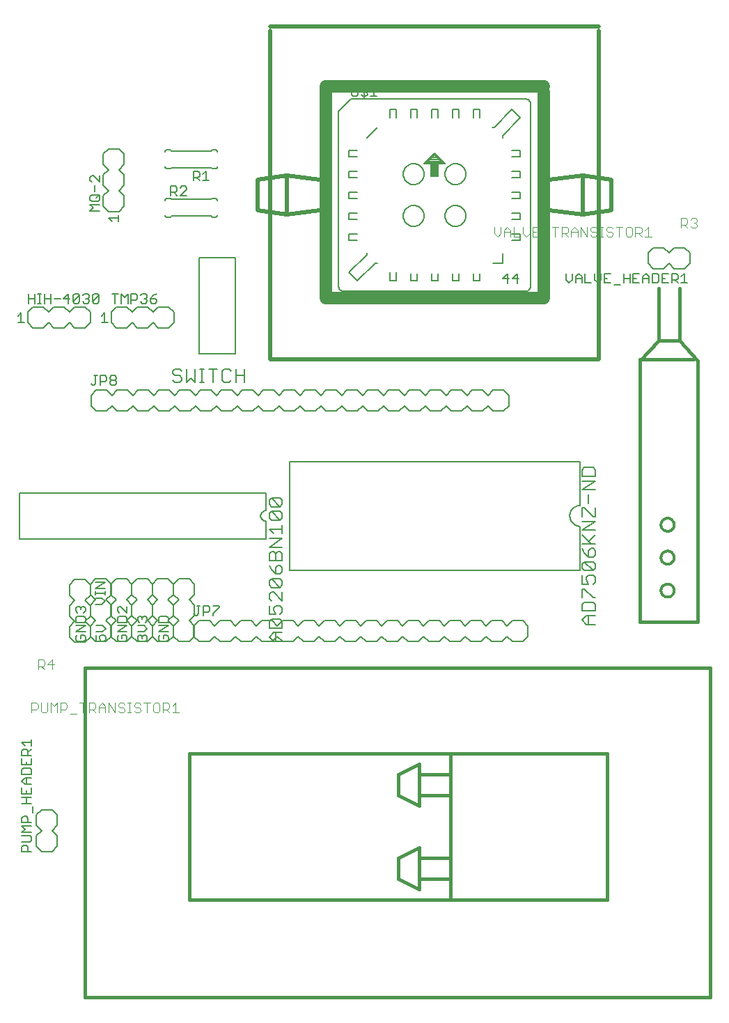
<source format=gto>
G75*
G70*
%OFA0B0*%
%FSLAX24Y24*%
%IPPOS*%
%LPD*%
%AMOC8*
5,1,8,0,0,1.08239X$1,22.5*
%
%ADD10C,0.0160*%
%ADD11C,0.0120*%
%ADD12C,0.0591*%
%ADD13C,0.0197*%
%ADD14C,0.0080*%
%ADD15C,0.0050*%
%ADD16C,0.0060*%
%ADD17C,0.0070*%
%ADD18R,0.0400X0.0750*%
%ADD19R,0.0700X0.0150*%
%ADD20R,0.0500X0.0100*%
%ADD21R,0.0300X0.0100*%
%ADD22R,0.0100X0.0100*%
%ADD23R,0.0100X0.0050*%
%ADD24R,0.0050X0.0050*%
%ADD25C,0.0040*%
D10*
X003840Y001478D02*
X003840Y017226D01*
X033691Y017226D01*
X033761Y017226D02*
X033761Y001478D01*
X003911Y001478D01*
X008840Y006143D02*
X008840Y013143D01*
X021340Y013143D01*
X021340Y012143D01*
X019840Y012143D01*
X019840Y011143D01*
X021340Y011143D01*
X021340Y008143D01*
X019840Y008143D01*
X019840Y007143D01*
X021340Y007143D01*
X021340Y006143D01*
X008840Y006143D01*
X018840Y007143D02*
X018840Y008143D01*
X019840Y008643D01*
X019840Y008143D01*
X019840Y007143D02*
X019840Y006643D01*
X018840Y007143D01*
X021340Y007143D02*
X021340Y008143D01*
X021340Y006143D02*
X028840Y006143D01*
X028840Y013143D01*
X021340Y013143D01*
X021340Y012143D02*
X021340Y011143D01*
X019840Y011143D02*
X019840Y010643D01*
X018840Y011143D01*
X018840Y012143D01*
X019840Y012643D01*
X019840Y012143D01*
X030395Y019423D02*
X033183Y019423D01*
X033183Y031923D01*
X032289Y032907D01*
X032289Y035407D01*
X031289Y035407D02*
X031289Y032907D01*
X030395Y031923D01*
X030395Y019423D01*
X030415Y031990D02*
X032974Y031990D01*
X032289Y032907D02*
X031289Y032907D01*
D11*
X031413Y024079D02*
X031415Y024114D01*
X031421Y024149D01*
X031431Y024182D01*
X031444Y024215D01*
X031461Y024246D01*
X031481Y024274D01*
X031505Y024300D01*
X031531Y024324D01*
X031559Y024344D01*
X031590Y024361D01*
X031623Y024374D01*
X031656Y024384D01*
X031691Y024390D01*
X031726Y024392D01*
X031761Y024390D01*
X031796Y024384D01*
X031829Y024374D01*
X031862Y024361D01*
X031893Y024344D01*
X031921Y024324D01*
X031947Y024300D01*
X031971Y024274D01*
X031991Y024246D01*
X032008Y024215D01*
X032021Y024182D01*
X032031Y024149D01*
X032037Y024114D01*
X032039Y024079D01*
X032037Y024044D01*
X032031Y024009D01*
X032021Y023976D01*
X032008Y023943D01*
X031991Y023912D01*
X031971Y023884D01*
X031947Y023858D01*
X031921Y023834D01*
X031893Y023814D01*
X031862Y023797D01*
X031829Y023784D01*
X031796Y023774D01*
X031761Y023768D01*
X031726Y023766D01*
X031691Y023768D01*
X031656Y023774D01*
X031623Y023784D01*
X031590Y023797D01*
X031559Y023814D01*
X031531Y023834D01*
X031505Y023858D01*
X031481Y023884D01*
X031461Y023912D01*
X031444Y023943D01*
X031431Y023976D01*
X031421Y024009D01*
X031415Y024044D01*
X031413Y024079D01*
X031413Y022505D02*
X031415Y022540D01*
X031421Y022575D01*
X031431Y022608D01*
X031444Y022641D01*
X031461Y022672D01*
X031481Y022700D01*
X031505Y022726D01*
X031531Y022750D01*
X031559Y022770D01*
X031590Y022787D01*
X031623Y022800D01*
X031656Y022810D01*
X031691Y022816D01*
X031726Y022818D01*
X031761Y022816D01*
X031796Y022810D01*
X031829Y022800D01*
X031862Y022787D01*
X031893Y022770D01*
X031921Y022750D01*
X031947Y022726D01*
X031971Y022700D01*
X031991Y022672D01*
X032008Y022641D01*
X032021Y022608D01*
X032031Y022575D01*
X032037Y022540D01*
X032039Y022505D01*
X032037Y022470D01*
X032031Y022435D01*
X032021Y022402D01*
X032008Y022369D01*
X031991Y022338D01*
X031971Y022310D01*
X031947Y022284D01*
X031921Y022260D01*
X031893Y022240D01*
X031862Y022223D01*
X031829Y022210D01*
X031796Y022200D01*
X031761Y022194D01*
X031726Y022192D01*
X031691Y022194D01*
X031656Y022200D01*
X031623Y022210D01*
X031590Y022223D01*
X031559Y022240D01*
X031531Y022260D01*
X031505Y022284D01*
X031481Y022310D01*
X031461Y022338D01*
X031444Y022369D01*
X031431Y022402D01*
X031421Y022435D01*
X031415Y022470D01*
X031413Y022505D01*
X031413Y020930D02*
X031415Y020965D01*
X031421Y021000D01*
X031431Y021033D01*
X031444Y021066D01*
X031461Y021097D01*
X031481Y021125D01*
X031505Y021151D01*
X031531Y021175D01*
X031559Y021195D01*
X031590Y021212D01*
X031623Y021225D01*
X031656Y021235D01*
X031691Y021241D01*
X031726Y021243D01*
X031761Y021241D01*
X031796Y021235D01*
X031829Y021225D01*
X031862Y021212D01*
X031893Y021195D01*
X031921Y021175D01*
X031947Y021151D01*
X031971Y021125D01*
X031991Y021097D01*
X032008Y021066D01*
X032021Y021033D01*
X032031Y021000D01*
X032037Y020965D01*
X032039Y020930D01*
X032037Y020895D01*
X032031Y020860D01*
X032021Y020827D01*
X032008Y020794D01*
X031991Y020763D01*
X031971Y020735D01*
X031947Y020709D01*
X031921Y020685D01*
X031893Y020665D01*
X031862Y020648D01*
X031829Y020635D01*
X031796Y020625D01*
X031761Y020619D01*
X031726Y020617D01*
X031691Y020619D01*
X031656Y020625D01*
X031623Y020635D01*
X031590Y020648D01*
X031559Y020665D01*
X031531Y020685D01*
X031505Y020709D01*
X031481Y020735D01*
X031461Y020763D01*
X031444Y020794D01*
X031431Y020827D01*
X031421Y020860D01*
X031415Y020895D01*
X031413Y020930D01*
D12*
X025789Y034943D02*
X015356Y034943D01*
X015356Y045080D01*
X025789Y045080D01*
X025789Y044785D02*
X025789Y034943D01*
D13*
X028446Y031990D02*
X012698Y031990D01*
X012698Y047738D01*
X012698Y047935D02*
X028446Y047935D01*
X028446Y047738D02*
X028446Y031990D01*
X027659Y038934D02*
X026084Y039131D01*
X026084Y040597D02*
X027659Y040794D01*
X027659Y038934D01*
X029037Y039131D01*
X029037Y040597D01*
X027659Y040794D01*
X015061Y040597D02*
X013486Y040794D01*
X013486Y038934D01*
X015061Y039131D01*
X013486Y038934D02*
X012108Y039131D01*
X012108Y040597D01*
X013486Y040794D01*
D14*
X011019Y036858D02*
X009307Y036858D01*
X009307Y032279D01*
X011019Y032279D01*
X011019Y036858D01*
X010878Y030521D02*
X010378Y030521D01*
X010128Y030271D01*
X009878Y030521D01*
X009378Y030521D01*
X009128Y030271D01*
X008878Y030521D01*
X008378Y030521D01*
X008128Y030271D01*
X007878Y030521D01*
X007378Y030521D01*
X007128Y030271D01*
X006878Y030521D01*
X006378Y030521D01*
X006128Y030271D01*
X005878Y030521D01*
X005378Y030521D01*
X005128Y030271D01*
X004878Y030521D01*
X004378Y030521D01*
X004128Y030271D01*
X004128Y029771D01*
X004378Y029521D01*
X004878Y029521D01*
X005128Y029771D01*
X005378Y029521D01*
X005878Y029521D01*
X006128Y029771D01*
X006378Y029521D01*
X006878Y029521D01*
X007128Y029771D01*
X007378Y029521D01*
X007878Y029521D01*
X008128Y029771D01*
X008378Y029521D01*
X008878Y029521D01*
X009128Y029771D01*
X009378Y029521D01*
X009878Y029521D01*
X010128Y029771D01*
X010378Y029521D01*
X010878Y029521D01*
X011128Y029771D01*
X011378Y029521D01*
X011878Y029521D01*
X012128Y029771D01*
X012378Y029521D01*
X012878Y029521D01*
X013128Y029771D01*
X013378Y029521D01*
X013878Y029521D01*
X014128Y029771D01*
X014378Y029521D01*
X014878Y029521D01*
X015128Y029771D01*
X015378Y029521D01*
X015878Y029521D01*
X016128Y029771D01*
X016378Y029521D01*
X016878Y029521D01*
X017128Y029771D01*
X017378Y029521D01*
X017878Y029521D01*
X018128Y029771D01*
X018378Y029521D01*
X018878Y029521D01*
X019128Y029771D01*
X019378Y029521D01*
X019878Y029521D01*
X020128Y029771D01*
X020378Y029521D01*
X020878Y029521D01*
X021128Y029771D01*
X021378Y029521D01*
X021878Y029521D01*
X022128Y029771D01*
X022378Y029521D01*
X022878Y029521D01*
X023128Y029771D01*
X023378Y029521D01*
X023878Y029521D01*
X024128Y029771D01*
X024128Y030271D01*
X023878Y030521D01*
X023378Y030521D01*
X023128Y030271D01*
X022878Y030521D01*
X022378Y030521D01*
X022128Y030271D01*
X021878Y030521D01*
X021378Y030521D01*
X021128Y030271D01*
X020878Y030521D01*
X020378Y030521D01*
X020128Y030271D01*
X019878Y030521D01*
X019378Y030521D01*
X019128Y030271D01*
X018878Y030521D01*
X018378Y030521D01*
X018128Y030271D01*
X017878Y030521D01*
X017378Y030521D01*
X017128Y030271D01*
X016878Y030521D01*
X016378Y030521D01*
X016128Y030271D01*
X015878Y030521D01*
X015378Y030521D01*
X015128Y030271D01*
X014878Y030521D01*
X014378Y030521D01*
X014128Y030271D01*
X013878Y030521D01*
X013378Y030521D01*
X013128Y030271D01*
X012878Y030521D01*
X012378Y030521D01*
X012128Y030271D01*
X011878Y030521D01*
X011378Y030521D01*
X011128Y030271D01*
X010878Y030521D01*
X008819Y021498D02*
X008319Y021498D01*
X008069Y021248D01*
X008069Y020748D01*
X008319Y020498D01*
X008069Y020248D01*
X008069Y019748D01*
X008319Y019498D01*
X008069Y019248D01*
X008069Y018748D01*
X008319Y018498D01*
X008819Y018498D01*
X009069Y018748D01*
X009069Y019248D01*
X008819Y019498D01*
X009069Y019748D01*
X009069Y020248D01*
X008819Y020498D01*
X009069Y020748D01*
X009069Y021248D01*
X008819Y021498D01*
X008053Y021248D02*
X008053Y020748D01*
X007803Y020498D01*
X008053Y020248D01*
X008053Y019748D01*
X007803Y019498D01*
X008053Y019248D01*
X008053Y018748D01*
X007803Y018498D01*
X007303Y018498D01*
X007053Y018748D01*
X007053Y019248D01*
X007303Y019498D01*
X007053Y019748D01*
X007053Y020248D01*
X007303Y020498D01*
X007053Y020748D01*
X007053Y021248D01*
X007303Y021498D01*
X007803Y021498D01*
X008053Y021248D01*
X007084Y021248D02*
X007084Y020748D01*
X006834Y020498D01*
X007084Y020248D01*
X007084Y019748D01*
X006834Y019498D01*
X007084Y019248D01*
X007084Y018748D01*
X006834Y018498D01*
X006334Y018498D01*
X006084Y018748D01*
X006084Y019248D01*
X006334Y019498D01*
X006084Y019748D01*
X006084Y020248D01*
X006334Y020498D01*
X006084Y020748D01*
X006084Y021248D01*
X006334Y021498D01*
X006834Y021498D01*
X007084Y021248D01*
X006069Y021248D02*
X006069Y020748D01*
X005819Y020498D01*
X006069Y020248D01*
X006069Y019748D01*
X005819Y019498D01*
X006069Y019248D01*
X006069Y018748D01*
X005819Y018498D01*
X005319Y018498D01*
X005069Y018748D01*
X005069Y019248D01*
X005319Y019498D01*
X005069Y019748D01*
X005069Y020248D01*
X005319Y020498D01*
X005069Y020748D01*
X005069Y021248D01*
X005319Y021498D01*
X005819Y021498D01*
X006069Y021248D01*
X005100Y021248D02*
X005100Y020748D01*
X004850Y020498D01*
X005100Y020248D01*
X005100Y019748D01*
X004850Y019498D01*
X005100Y019248D01*
X005100Y018748D01*
X004850Y018498D01*
X004350Y018498D01*
X004100Y018748D01*
X004100Y019248D01*
X004350Y019498D01*
X004100Y019748D01*
X004100Y020248D01*
X004350Y020498D01*
X004100Y020748D01*
X004100Y021248D01*
X004350Y021498D01*
X004850Y021498D01*
X005100Y021248D01*
X004100Y021200D02*
X004100Y020700D01*
X003850Y020450D01*
X004100Y020200D01*
X004100Y019700D01*
X003850Y019450D01*
X004100Y019200D01*
X004100Y018700D01*
X003850Y018450D01*
X003350Y018450D01*
X003100Y018700D01*
X003100Y019200D01*
X003350Y019450D01*
X003100Y019700D01*
X003100Y020200D01*
X003350Y020450D01*
X003100Y020700D01*
X003100Y021200D01*
X003350Y021450D01*
X003850Y021450D01*
X004100Y021200D01*
X009049Y019248D02*
X009049Y018748D01*
X009299Y018498D01*
X009799Y018498D01*
X010049Y018748D01*
X010299Y018498D01*
X010799Y018498D01*
X011049Y018748D01*
X011299Y018498D01*
X011799Y018498D01*
X012049Y018748D01*
X012299Y018498D01*
X012799Y018498D01*
X013049Y018748D01*
X013299Y018498D01*
X013799Y018498D01*
X014049Y018748D01*
X014299Y018498D01*
X014799Y018498D01*
X015049Y018748D01*
X015299Y018498D01*
X015799Y018498D01*
X016049Y018748D01*
X016299Y018498D01*
X016799Y018498D01*
X017049Y018748D01*
X017299Y018498D01*
X017799Y018498D01*
X018049Y018748D01*
X018299Y018498D01*
X018799Y018498D01*
X019049Y018748D01*
X019299Y018498D01*
X019799Y018498D01*
X020049Y018748D01*
X020299Y018498D01*
X020799Y018498D01*
X021049Y018748D01*
X021299Y018498D01*
X021799Y018498D01*
X022049Y018748D01*
X022299Y018498D01*
X022799Y018498D01*
X023049Y018748D01*
X023299Y018498D01*
X023799Y018498D01*
X024049Y018748D01*
X024299Y018498D01*
X024799Y018498D01*
X025049Y018748D01*
X025049Y019248D01*
X024799Y019498D01*
X024299Y019498D01*
X024049Y019248D01*
X023799Y019498D01*
X023299Y019498D01*
X023049Y019248D01*
X022799Y019498D01*
X022299Y019498D01*
X022049Y019248D01*
X021799Y019498D01*
X021299Y019498D01*
X021049Y019248D01*
X020799Y019498D01*
X020299Y019498D01*
X020049Y019248D01*
X019799Y019498D01*
X019299Y019498D01*
X019049Y019248D01*
X018799Y019498D01*
X018299Y019498D01*
X018049Y019248D01*
X017799Y019498D01*
X017299Y019498D01*
X017049Y019248D01*
X016799Y019498D01*
X016299Y019498D01*
X016049Y019248D01*
X015799Y019498D01*
X015299Y019498D01*
X015049Y019248D01*
X014799Y019498D01*
X014299Y019498D01*
X014049Y019248D01*
X013799Y019498D01*
X013299Y019498D01*
X013049Y019248D01*
X012799Y019498D01*
X012299Y019498D01*
X012049Y019248D01*
X011799Y019498D01*
X011299Y019498D01*
X011049Y019248D01*
X010799Y019498D01*
X010299Y019498D01*
X010049Y019248D01*
X009799Y019498D01*
X009299Y019498D01*
X009049Y019248D01*
X009049Y018748D01*
X002259Y010446D02*
X002509Y010196D01*
X002509Y009696D01*
X002259Y009446D01*
X002509Y009196D01*
X002509Y008696D01*
X002259Y008446D01*
X001759Y008446D01*
X001509Y008696D01*
X001509Y009196D01*
X001759Y009446D01*
X001509Y009696D01*
X001509Y010196D01*
X001759Y010446D01*
X002259Y010446D01*
X025049Y018748D02*
X025049Y019248D01*
X031039Y036344D02*
X030789Y036594D01*
X030789Y037094D01*
X031039Y037344D01*
X031539Y037344D01*
X031789Y037094D01*
X032039Y037344D01*
X032539Y037344D01*
X032789Y037094D01*
X032789Y036594D01*
X032539Y036344D01*
X032039Y036344D01*
X031789Y036594D01*
X031539Y036344D01*
X031039Y036344D01*
D15*
X031002Y036099D02*
X031228Y036099D01*
X031303Y036024D01*
X031303Y035724D01*
X031228Y035649D01*
X031002Y035649D01*
X031002Y036099D01*
X030842Y035949D02*
X030842Y035649D01*
X030842Y035874D02*
X030542Y035874D01*
X030542Y035949D02*
X030542Y035649D01*
X030382Y035649D02*
X030082Y035649D01*
X030082Y036099D01*
X030382Y036099D01*
X030542Y035949D02*
X030692Y036099D01*
X030842Y035949D01*
X030232Y035874D02*
X030082Y035874D01*
X029921Y035874D02*
X029621Y035874D01*
X029621Y035649D02*
X029621Y036099D01*
X029921Y036099D02*
X029921Y035649D01*
X029461Y035574D02*
X029161Y035574D01*
X029001Y035649D02*
X028700Y035649D01*
X028700Y036099D01*
X029001Y036099D01*
X028851Y035874D02*
X028700Y035874D01*
X028540Y035799D02*
X028540Y036099D01*
X028540Y035799D02*
X028390Y035649D01*
X028240Y035799D01*
X028240Y036099D01*
X027780Y036099D02*
X027780Y035649D01*
X028080Y035649D01*
X027620Y035649D02*
X027620Y035949D01*
X027469Y036099D01*
X027319Y035949D01*
X027319Y035649D01*
X027159Y035799D02*
X027159Y036099D01*
X027319Y035874D02*
X027620Y035874D01*
X027159Y035799D02*
X027009Y035649D01*
X026859Y035799D01*
X026859Y036099D01*
X024608Y035864D02*
X024308Y035864D01*
X024533Y036089D01*
X024533Y035639D01*
X024148Y035864D02*
X023847Y035864D01*
X024073Y036089D01*
X024073Y035639D01*
X017818Y044589D02*
X017518Y044589D01*
X017668Y044589D02*
X017668Y045039D01*
X017518Y044889D01*
X017358Y044964D02*
X017283Y045039D01*
X017133Y045039D01*
X017058Y044964D01*
X017058Y044889D01*
X017133Y044814D01*
X017283Y044814D01*
X017358Y044739D01*
X017358Y044664D01*
X017283Y044589D01*
X017133Y044589D01*
X017058Y044664D01*
X016898Y044664D02*
X016898Y045039D01*
X016597Y045039D02*
X016597Y044664D01*
X016673Y044589D01*
X016823Y044589D01*
X016898Y044664D01*
X017208Y044514D02*
X017208Y045114D01*
X009784Y040555D02*
X009484Y040555D01*
X009634Y040555D02*
X009634Y041006D01*
X009484Y040856D01*
X009323Y040931D02*
X009323Y040781D01*
X009248Y040705D01*
X009023Y040705D01*
X009023Y040555D02*
X009023Y041006D01*
X009248Y041006D01*
X009323Y040931D01*
X009173Y040705D02*
X009323Y040555D01*
X008705Y040212D02*
X008629Y040287D01*
X008479Y040287D01*
X008404Y040212D01*
X008244Y040212D02*
X008244Y040062D01*
X008169Y039987D01*
X007944Y039987D01*
X008094Y039987D02*
X008244Y039836D01*
X008404Y039836D02*
X008705Y040137D01*
X008705Y040212D01*
X008705Y039836D02*
X008404Y039836D01*
X008244Y040212D02*
X008169Y040287D01*
X007944Y040287D01*
X007944Y039836D01*
X005431Y038906D02*
X005431Y038605D01*
X005431Y038755D02*
X004981Y038755D01*
X005131Y038605D01*
X004531Y039105D02*
X004081Y039105D01*
X004231Y039255D01*
X004081Y039406D01*
X004531Y039406D01*
X004456Y039566D02*
X004531Y039641D01*
X004531Y039791D01*
X004456Y039866D01*
X004156Y039866D01*
X004081Y039791D01*
X004081Y039641D01*
X004156Y039566D01*
X004456Y039566D01*
X004381Y039716D02*
X004531Y039866D01*
X004306Y040026D02*
X004306Y040326D01*
X004156Y040486D02*
X004081Y040562D01*
X004081Y040712D01*
X004156Y040787D01*
X004231Y040787D01*
X004531Y040486D01*
X004531Y040787D01*
X004419Y035131D02*
X004495Y035056D01*
X004194Y034756D01*
X004269Y034681D01*
X004419Y034681D01*
X004495Y034756D01*
X004495Y035056D01*
X004419Y035131D02*
X004269Y035131D01*
X004194Y035056D01*
X004194Y034756D01*
X004034Y034756D02*
X003959Y034681D01*
X003809Y034681D01*
X003734Y034756D01*
X003574Y034756D02*
X003499Y034681D01*
X003349Y034681D01*
X003273Y034756D01*
X003574Y035056D01*
X003574Y034756D01*
X003574Y035056D02*
X003499Y035131D01*
X003349Y035131D01*
X003273Y035056D01*
X003273Y034756D01*
X003113Y034906D02*
X002813Y034906D01*
X003038Y035131D01*
X003038Y034681D01*
X002653Y034906D02*
X002353Y034906D01*
X002193Y034906D02*
X001892Y034906D01*
X001892Y034681D02*
X001892Y035131D01*
X001736Y035131D02*
X001585Y035131D01*
X001660Y035131D02*
X001660Y034681D01*
X001585Y034681D02*
X001736Y034681D01*
X001425Y034681D02*
X001425Y035131D01*
X001425Y034906D02*
X001125Y034906D01*
X001125Y034681D02*
X001125Y035131D01*
X000775Y034231D02*
X000625Y034081D01*
X000775Y034231D02*
X000775Y033781D01*
X000625Y033781D02*
X000925Y033781D01*
X002193Y034681D02*
X002193Y035131D01*
X003734Y035056D02*
X003809Y035131D01*
X003959Y035131D01*
X004034Y035056D01*
X004034Y034981D01*
X003959Y034906D01*
X004034Y034831D01*
X004034Y034756D01*
X003959Y034906D02*
X003884Y034906D01*
X004625Y034081D02*
X004775Y034231D01*
X004775Y033781D01*
X004625Y033781D02*
X004925Y033781D01*
X005275Y034681D02*
X005275Y035131D01*
X005125Y035131D02*
X005425Y035131D01*
X005585Y035131D02*
X005585Y034681D01*
X005886Y034681D02*
X005886Y035131D01*
X005736Y034981D01*
X005585Y035131D01*
X006046Y035131D02*
X006046Y034681D01*
X006046Y034831D02*
X006271Y034831D01*
X006346Y034906D01*
X006346Y035056D01*
X006271Y035131D01*
X006046Y035131D01*
X006506Y035056D02*
X006581Y035131D01*
X006731Y035131D01*
X006806Y035056D01*
X006806Y034981D01*
X006731Y034906D01*
X006806Y034831D01*
X006806Y034756D01*
X006731Y034681D01*
X006581Y034681D01*
X006506Y034756D01*
X006656Y034906D02*
X006731Y034906D01*
X006967Y034906D02*
X006967Y034756D01*
X007042Y034681D01*
X007192Y034681D01*
X007267Y034756D01*
X007267Y034831D01*
X007192Y034906D01*
X006967Y034906D01*
X007117Y035056D01*
X007267Y035131D01*
X005269Y031217D02*
X005118Y031217D01*
X005043Y031142D01*
X005043Y031067D01*
X005118Y030991D01*
X005269Y030991D01*
X005344Y030916D01*
X005344Y030841D01*
X005269Y030766D01*
X005118Y030766D01*
X005043Y030841D01*
X005043Y030916D01*
X005118Y030991D01*
X005269Y030991D02*
X005344Y031067D01*
X005344Y031142D01*
X005269Y031217D01*
X004883Y031142D02*
X004883Y030991D01*
X004808Y030916D01*
X004583Y030916D01*
X004583Y030766D02*
X004583Y031217D01*
X004808Y031217D01*
X004883Y031142D01*
X004423Y031217D02*
X004273Y031217D01*
X004348Y031217D02*
X004348Y030841D01*
X004273Y030766D01*
X004198Y030766D01*
X004123Y030841D01*
X004345Y021345D02*
X004795Y021345D01*
X004345Y021045D01*
X004795Y021045D01*
X004795Y020888D02*
X004795Y020738D01*
X004795Y020813D02*
X004345Y020813D01*
X004345Y020738D02*
X004345Y020888D01*
X004345Y020578D02*
X004645Y020578D01*
X004795Y020428D01*
X004645Y020278D01*
X004345Y020278D01*
X003855Y020099D02*
X003855Y019949D01*
X003780Y019874D01*
X003780Y019714D02*
X003480Y019714D01*
X003405Y019639D01*
X003405Y019413D01*
X003855Y019413D01*
X003855Y019639D01*
X003780Y019714D01*
X003480Y019874D02*
X003405Y019949D01*
X003405Y020099D01*
X003480Y020174D01*
X003555Y020174D01*
X003630Y020099D01*
X003705Y020174D01*
X003780Y020174D01*
X003855Y020099D01*
X003630Y020099D02*
X003630Y020024D01*
X003855Y019253D02*
X003405Y019253D01*
X003405Y018953D02*
X003855Y019253D01*
X003855Y018953D02*
X003405Y018953D01*
X003480Y018793D02*
X003405Y018718D01*
X003405Y018568D01*
X003480Y018493D01*
X003780Y018493D01*
X003855Y018568D01*
X003855Y018718D01*
X003780Y018793D01*
X003630Y018793D01*
X003630Y018643D01*
X004373Y018793D02*
X004373Y018493D01*
X004598Y018493D01*
X004523Y018643D01*
X004523Y018718D01*
X004598Y018793D01*
X004748Y018793D01*
X004824Y018718D01*
X004824Y018568D01*
X004748Y018493D01*
X004673Y018953D02*
X004373Y018953D01*
X004373Y019253D02*
X004673Y019253D01*
X004824Y019103D01*
X004673Y018953D01*
X005389Y018953D02*
X005839Y019253D01*
X005389Y019253D01*
X005389Y019413D02*
X005389Y019639D01*
X005464Y019714D01*
X005764Y019714D01*
X005839Y019639D01*
X005839Y019413D01*
X005389Y019413D01*
X005389Y018953D02*
X005839Y018953D01*
X005764Y018793D02*
X005614Y018793D01*
X005614Y018643D01*
X005464Y018793D02*
X005389Y018718D01*
X005389Y018568D01*
X005464Y018493D01*
X005764Y018493D01*
X005839Y018568D01*
X005839Y018718D01*
X005764Y018793D01*
X006357Y018718D02*
X006357Y018568D01*
X006432Y018493D01*
X006583Y018643D02*
X006583Y018718D01*
X006658Y018793D01*
X006733Y018793D01*
X006808Y018718D01*
X006808Y018568D01*
X006733Y018493D01*
X006583Y018718D02*
X006508Y018793D01*
X006432Y018793D01*
X006357Y018718D01*
X006357Y018953D02*
X006658Y018953D01*
X006808Y019103D01*
X006658Y019253D01*
X006357Y019253D01*
X006432Y019413D02*
X006357Y019488D01*
X006357Y019639D01*
X006432Y019714D01*
X006508Y019714D01*
X006583Y019639D01*
X006658Y019714D01*
X006733Y019714D01*
X006808Y019639D01*
X006808Y019488D01*
X006733Y019413D01*
X006583Y019564D02*
X006583Y019639D01*
X007373Y019639D02*
X007373Y019413D01*
X007824Y019413D01*
X007824Y019639D01*
X007748Y019714D01*
X007448Y019714D01*
X007373Y019639D01*
X007373Y019253D02*
X007824Y019253D01*
X007373Y018953D01*
X007824Y018953D01*
X007748Y018793D02*
X007598Y018793D01*
X007598Y018643D01*
X007448Y018793D02*
X007373Y018718D01*
X007373Y018568D01*
X007448Y018493D01*
X007748Y018493D01*
X007824Y018568D01*
X007824Y018718D01*
X007748Y018793D01*
X009044Y019818D02*
X009119Y019743D01*
X009194Y019743D01*
X009269Y019818D01*
X009269Y020193D01*
X009194Y020193D02*
X009344Y020193D01*
X009504Y020193D02*
X009729Y020193D01*
X009804Y020118D01*
X009804Y019968D01*
X009729Y019893D01*
X009504Y019893D01*
X009504Y019743D02*
X009504Y020193D01*
X009965Y020193D02*
X010265Y020193D01*
X010265Y020118D01*
X009965Y019818D01*
X009965Y019743D01*
X005839Y019874D02*
X005539Y020174D01*
X005464Y020174D01*
X005389Y020099D01*
X005389Y019949D01*
X005464Y019874D01*
X005839Y019874D02*
X005839Y020174D01*
X001264Y013806D02*
X001264Y013506D01*
X001264Y013656D02*
X000814Y013656D01*
X000964Y013506D01*
X000889Y013346D02*
X001039Y013346D01*
X001114Y013271D01*
X001114Y013045D01*
X001264Y013045D02*
X000814Y013045D01*
X000814Y013271D01*
X000889Y013346D01*
X001114Y013196D02*
X001264Y013346D01*
X001264Y012885D02*
X001264Y012585D01*
X000814Y012585D01*
X000814Y012885D01*
X001039Y012735D02*
X001039Y012585D01*
X001189Y012425D02*
X000889Y012425D01*
X000814Y012350D01*
X000814Y012125D01*
X001264Y012125D01*
X001264Y012350D01*
X001189Y012425D01*
X001264Y011964D02*
X000964Y011964D01*
X000814Y011814D01*
X000964Y011664D01*
X001264Y011664D01*
X001264Y011504D02*
X001264Y011204D01*
X000814Y011204D01*
X000814Y011504D01*
X001039Y011354D02*
X001039Y011204D01*
X001039Y011044D02*
X001039Y010743D01*
X001264Y010743D02*
X000814Y010743D01*
X000814Y011044D02*
X001264Y011044D01*
X001340Y010583D02*
X001340Y010283D01*
X001114Y010048D02*
X001114Y009823D01*
X001264Y009823D02*
X000814Y009823D01*
X000814Y010048D01*
X000889Y010123D01*
X001039Y010123D01*
X001114Y010048D01*
X001264Y009662D02*
X000814Y009662D01*
X000964Y009512D01*
X000814Y009362D01*
X001264Y009362D01*
X001189Y009202D02*
X000814Y009202D01*
X000814Y008902D02*
X001189Y008902D01*
X001264Y008977D01*
X001264Y009127D01*
X001189Y009202D01*
X001039Y008742D02*
X000889Y008742D01*
X000814Y008667D01*
X000814Y008441D01*
X001264Y008441D01*
X001114Y008441D02*
X001114Y008667D01*
X001039Y008742D01*
X001039Y011664D02*
X001039Y011964D01*
X031463Y035649D02*
X031763Y035649D01*
X031923Y035649D02*
X031923Y036099D01*
X032148Y036099D01*
X032223Y036024D01*
X032223Y035874D01*
X032148Y035799D01*
X031923Y035799D01*
X032073Y035799D02*
X032223Y035649D01*
X032384Y035649D02*
X032684Y035649D01*
X032534Y035649D02*
X032534Y036099D01*
X032384Y035949D01*
X031763Y036099D02*
X031463Y036099D01*
X031463Y035649D01*
X031463Y035874D02*
X031613Y035874D01*
D16*
X027550Y027106D02*
X013650Y027106D01*
X013650Y021906D01*
X027550Y021906D01*
X027550Y024006D01*
X027506Y024008D01*
X027463Y024014D01*
X027421Y024023D01*
X027379Y024036D01*
X027339Y024053D01*
X027300Y024073D01*
X027263Y024096D01*
X027229Y024123D01*
X027196Y024152D01*
X027167Y024185D01*
X027140Y024219D01*
X027117Y024256D01*
X027097Y024295D01*
X027080Y024335D01*
X027067Y024377D01*
X027058Y024419D01*
X027052Y024462D01*
X027050Y024506D01*
X027052Y024550D01*
X027058Y024593D01*
X027067Y024635D01*
X027080Y024677D01*
X027097Y024717D01*
X027117Y024756D01*
X027140Y024793D01*
X027167Y024827D01*
X027196Y024860D01*
X027229Y024889D01*
X027263Y024916D01*
X027300Y024939D01*
X027339Y024959D01*
X027379Y024976D01*
X027421Y024989D01*
X027463Y024998D01*
X027506Y025004D01*
X027550Y025006D01*
X027550Y027106D01*
X024922Y035264D02*
X016222Y035264D01*
X016192Y035266D01*
X016162Y035271D01*
X016133Y035280D01*
X016106Y035293D01*
X016080Y035308D01*
X016056Y035327D01*
X016035Y035348D01*
X016016Y035372D01*
X016001Y035398D01*
X015988Y035425D01*
X015979Y035454D01*
X015974Y035484D01*
X015972Y035514D01*
X015972Y043864D01*
X016572Y044464D01*
X024922Y044464D01*
X024952Y044462D01*
X024982Y044457D01*
X025011Y044448D01*
X025038Y044435D01*
X025064Y044420D01*
X025088Y044401D01*
X025109Y044380D01*
X025128Y044356D01*
X025143Y044330D01*
X025156Y044303D01*
X025165Y044274D01*
X025170Y044244D01*
X025172Y044214D01*
X025172Y035514D01*
X025170Y035484D01*
X025165Y035454D01*
X025156Y035425D01*
X025143Y035398D01*
X025128Y035372D01*
X025109Y035348D01*
X025088Y035327D01*
X025064Y035308D01*
X025038Y035293D01*
X025011Y035280D01*
X024982Y035271D01*
X024952Y035266D01*
X024922Y035264D01*
X023822Y036614D02*
X023822Y037064D01*
X023822Y036614D02*
X023372Y036614D01*
X022722Y036114D02*
X022722Y035764D01*
X022422Y035764D01*
X022422Y036114D01*
X021722Y036114D02*
X021722Y035764D01*
X021422Y035764D01*
X021422Y036114D01*
X020722Y036114D02*
X020722Y035764D01*
X020422Y035764D01*
X020422Y036114D01*
X019722Y036114D02*
X019722Y035764D01*
X019422Y035764D01*
X019422Y036114D01*
X018722Y036164D02*
X018722Y035764D01*
X018422Y035764D01*
X018422Y036164D01*
X017822Y036614D02*
X017722Y036614D01*
X016872Y035764D01*
X016472Y036164D01*
X017322Y037014D01*
X017322Y037114D01*
X016872Y037714D02*
X016472Y037714D01*
X016472Y038014D01*
X016872Y038014D01*
X016872Y038714D02*
X016472Y038714D01*
X016472Y039014D01*
X016872Y039014D01*
X016872Y039714D02*
X016472Y039714D01*
X016472Y040014D01*
X016872Y040014D01*
X016872Y040714D02*
X016472Y040714D01*
X016472Y041014D01*
X016872Y041014D01*
X016872Y041714D02*
X016472Y041714D01*
X016472Y042014D01*
X016872Y042014D01*
X017322Y042614D02*
X017822Y043114D01*
X018422Y043564D02*
X018422Y043964D01*
X018722Y043964D01*
X018722Y043564D01*
X019422Y043564D02*
X019422Y043964D01*
X019722Y043964D01*
X019722Y043564D01*
X020422Y043564D02*
X020422Y043964D01*
X020722Y043964D01*
X020722Y043564D01*
X021422Y043564D02*
X021422Y043964D01*
X021722Y043964D01*
X021722Y043564D01*
X022422Y043564D02*
X022422Y043964D01*
X022722Y043964D01*
X022722Y043564D01*
X023322Y043114D02*
X023422Y043114D01*
X024272Y043964D01*
X024672Y043564D01*
X023822Y042714D01*
X023822Y042614D01*
X024272Y042014D02*
X024672Y042014D01*
X024672Y041714D01*
X024272Y041714D01*
X024272Y041014D02*
X024672Y041014D01*
X024672Y040714D01*
X024272Y040714D01*
X024272Y040014D02*
X024672Y040014D01*
X024672Y039714D01*
X024272Y039714D01*
X024272Y039014D02*
X024672Y039014D01*
X024672Y038714D01*
X024272Y038714D01*
X024272Y038014D02*
X024672Y038014D01*
X024672Y037714D01*
X024272Y037714D01*
X021072Y038864D02*
X021074Y038908D01*
X021080Y038952D01*
X021090Y038995D01*
X021103Y039037D01*
X021120Y039078D01*
X021141Y039117D01*
X021165Y039154D01*
X021192Y039189D01*
X021222Y039221D01*
X021255Y039251D01*
X021291Y039277D01*
X021328Y039301D01*
X021368Y039320D01*
X021409Y039337D01*
X021452Y039349D01*
X021495Y039358D01*
X021539Y039363D01*
X021583Y039364D01*
X021627Y039361D01*
X021671Y039354D01*
X021714Y039343D01*
X021756Y039329D01*
X021796Y039311D01*
X021835Y039289D01*
X021871Y039265D01*
X021905Y039237D01*
X021937Y039206D01*
X021966Y039172D01*
X021992Y039136D01*
X022014Y039098D01*
X022033Y039058D01*
X022048Y039016D01*
X022060Y038974D01*
X022068Y038930D01*
X022072Y038886D01*
X022072Y038842D01*
X022068Y038798D01*
X022060Y038754D01*
X022048Y038712D01*
X022033Y038670D01*
X022014Y038630D01*
X021992Y038592D01*
X021966Y038556D01*
X021937Y038522D01*
X021905Y038491D01*
X021871Y038463D01*
X021835Y038439D01*
X021796Y038417D01*
X021756Y038399D01*
X021714Y038385D01*
X021671Y038374D01*
X021627Y038367D01*
X021583Y038364D01*
X021539Y038365D01*
X021495Y038370D01*
X021452Y038379D01*
X021409Y038391D01*
X021368Y038408D01*
X021328Y038427D01*
X021291Y038451D01*
X021255Y038477D01*
X021222Y038507D01*
X021192Y038539D01*
X021165Y038574D01*
X021141Y038611D01*
X021120Y038650D01*
X021103Y038691D01*
X021090Y038733D01*
X021080Y038776D01*
X021074Y038820D01*
X021072Y038864D01*
X019072Y038864D02*
X019074Y038908D01*
X019080Y038952D01*
X019090Y038995D01*
X019103Y039037D01*
X019120Y039078D01*
X019141Y039117D01*
X019165Y039154D01*
X019192Y039189D01*
X019222Y039221D01*
X019255Y039251D01*
X019291Y039277D01*
X019328Y039301D01*
X019368Y039320D01*
X019409Y039337D01*
X019452Y039349D01*
X019495Y039358D01*
X019539Y039363D01*
X019583Y039364D01*
X019627Y039361D01*
X019671Y039354D01*
X019714Y039343D01*
X019756Y039329D01*
X019796Y039311D01*
X019835Y039289D01*
X019871Y039265D01*
X019905Y039237D01*
X019937Y039206D01*
X019966Y039172D01*
X019992Y039136D01*
X020014Y039098D01*
X020033Y039058D01*
X020048Y039016D01*
X020060Y038974D01*
X020068Y038930D01*
X020072Y038886D01*
X020072Y038842D01*
X020068Y038798D01*
X020060Y038754D01*
X020048Y038712D01*
X020033Y038670D01*
X020014Y038630D01*
X019992Y038592D01*
X019966Y038556D01*
X019937Y038522D01*
X019905Y038491D01*
X019871Y038463D01*
X019835Y038439D01*
X019796Y038417D01*
X019756Y038399D01*
X019714Y038385D01*
X019671Y038374D01*
X019627Y038367D01*
X019583Y038364D01*
X019539Y038365D01*
X019495Y038370D01*
X019452Y038379D01*
X019409Y038391D01*
X019368Y038408D01*
X019328Y038427D01*
X019291Y038451D01*
X019255Y038477D01*
X019222Y038507D01*
X019192Y038539D01*
X019165Y038574D01*
X019141Y038611D01*
X019120Y038650D01*
X019103Y038691D01*
X019090Y038733D01*
X019080Y038776D01*
X019074Y038820D01*
X019072Y038864D01*
X019072Y040864D02*
X019074Y040908D01*
X019080Y040952D01*
X019090Y040995D01*
X019103Y041037D01*
X019120Y041078D01*
X019141Y041117D01*
X019165Y041154D01*
X019192Y041189D01*
X019222Y041221D01*
X019255Y041251D01*
X019291Y041277D01*
X019328Y041301D01*
X019368Y041320D01*
X019409Y041337D01*
X019452Y041349D01*
X019495Y041358D01*
X019539Y041363D01*
X019583Y041364D01*
X019627Y041361D01*
X019671Y041354D01*
X019714Y041343D01*
X019756Y041329D01*
X019796Y041311D01*
X019835Y041289D01*
X019871Y041265D01*
X019905Y041237D01*
X019937Y041206D01*
X019966Y041172D01*
X019992Y041136D01*
X020014Y041098D01*
X020033Y041058D01*
X020048Y041016D01*
X020060Y040974D01*
X020068Y040930D01*
X020072Y040886D01*
X020072Y040842D01*
X020068Y040798D01*
X020060Y040754D01*
X020048Y040712D01*
X020033Y040670D01*
X020014Y040630D01*
X019992Y040592D01*
X019966Y040556D01*
X019937Y040522D01*
X019905Y040491D01*
X019871Y040463D01*
X019835Y040439D01*
X019796Y040417D01*
X019756Y040399D01*
X019714Y040385D01*
X019671Y040374D01*
X019627Y040367D01*
X019583Y040364D01*
X019539Y040365D01*
X019495Y040370D01*
X019452Y040379D01*
X019409Y040391D01*
X019368Y040408D01*
X019328Y040427D01*
X019291Y040451D01*
X019255Y040477D01*
X019222Y040507D01*
X019192Y040539D01*
X019165Y040574D01*
X019141Y040611D01*
X019120Y040650D01*
X019103Y040691D01*
X019090Y040733D01*
X019080Y040776D01*
X019074Y040820D01*
X019072Y040864D01*
X020072Y041364D02*
X020572Y041864D01*
X021072Y041364D01*
X020072Y041364D01*
X021072Y040864D02*
X021074Y040908D01*
X021080Y040952D01*
X021090Y040995D01*
X021103Y041037D01*
X021120Y041078D01*
X021141Y041117D01*
X021165Y041154D01*
X021192Y041189D01*
X021222Y041221D01*
X021255Y041251D01*
X021291Y041277D01*
X021328Y041301D01*
X021368Y041320D01*
X021409Y041337D01*
X021452Y041349D01*
X021495Y041358D01*
X021539Y041363D01*
X021583Y041364D01*
X021627Y041361D01*
X021671Y041354D01*
X021714Y041343D01*
X021756Y041329D01*
X021796Y041311D01*
X021835Y041289D01*
X021871Y041265D01*
X021905Y041237D01*
X021937Y041206D01*
X021966Y041172D01*
X021992Y041136D01*
X022014Y041098D01*
X022033Y041058D01*
X022048Y041016D01*
X022060Y040974D01*
X022068Y040930D01*
X022072Y040886D01*
X022072Y040842D01*
X022068Y040798D01*
X022060Y040754D01*
X022048Y040712D01*
X022033Y040670D01*
X022014Y040630D01*
X021992Y040592D01*
X021966Y040556D01*
X021937Y040522D01*
X021905Y040491D01*
X021871Y040463D01*
X021835Y040439D01*
X021796Y040417D01*
X021756Y040399D01*
X021714Y040385D01*
X021671Y040374D01*
X021627Y040367D01*
X021583Y040364D01*
X021539Y040365D01*
X021495Y040370D01*
X021452Y040379D01*
X021409Y040391D01*
X021368Y040408D01*
X021328Y040427D01*
X021291Y040451D01*
X021255Y040477D01*
X021222Y040507D01*
X021192Y040539D01*
X021165Y040574D01*
X021141Y040611D01*
X021120Y040650D01*
X021103Y040691D01*
X021090Y040733D01*
X021080Y040776D01*
X021074Y040820D01*
X021072Y040864D01*
X010069Y041130D02*
X009919Y041130D01*
X009869Y041180D01*
X007969Y041180D01*
X007919Y041130D01*
X007769Y041130D01*
X007752Y041132D01*
X007735Y041136D01*
X007719Y041143D01*
X007705Y041153D01*
X007692Y041166D01*
X007682Y041180D01*
X007675Y041196D01*
X007671Y041213D01*
X007669Y041230D01*
X007669Y041930D02*
X007671Y041947D01*
X007675Y041964D01*
X007682Y041980D01*
X007692Y041994D01*
X007705Y042007D01*
X007719Y042017D01*
X007735Y042024D01*
X007752Y042028D01*
X007769Y042030D01*
X007919Y042030D01*
X007969Y041980D01*
X009869Y041980D01*
X009919Y042030D01*
X010069Y042030D01*
X010086Y042028D01*
X010103Y042024D01*
X010119Y042017D01*
X010133Y042007D01*
X010146Y041994D01*
X010156Y041980D01*
X010163Y041964D01*
X010167Y041947D01*
X010169Y041930D01*
X010169Y041230D02*
X010167Y041213D01*
X010163Y041196D01*
X010156Y041180D01*
X010146Y041166D01*
X010133Y041153D01*
X010119Y041143D01*
X010103Y041136D01*
X010086Y041132D01*
X010069Y041130D01*
X010069Y039711D02*
X009919Y039711D01*
X009869Y039661D01*
X007969Y039661D01*
X007919Y039711D01*
X007769Y039711D01*
X007752Y039709D01*
X007735Y039705D01*
X007719Y039698D01*
X007705Y039688D01*
X007692Y039675D01*
X007682Y039661D01*
X007675Y039645D01*
X007671Y039628D01*
X007669Y039611D01*
X007669Y038911D02*
X007671Y038894D01*
X007675Y038877D01*
X007682Y038861D01*
X007692Y038847D01*
X007705Y038834D01*
X007719Y038824D01*
X007735Y038817D01*
X007752Y038813D01*
X007769Y038811D01*
X007919Y038811D01*
X007969Y038861D01*
X009869Y038861D01*
X009919Y038811D01*
X010069Y038811D01*
X010086Y038813D01*
X010103Y038817D01*
X010119Y038824D01*
X010133Y038834D01*
X010146Y038847D01*
X010156Y038861D01*
X010163Y038877D01*
X010167Y038894D01*
X010169Y038911D01*
X010169Y039611D02*
X010167Y039628D01*
X010163Y039645D01*
X010156Y039661D01*
X010146Y039675D01*
X010133Y039688D01*
X010119Y039698D01*
X010103Y039705D01*
X010086Y039709D01*
X010069Y039711D01*
X007850Y034506D02*
X007350Y034506D01*
X007100Y034256D01*
X006850Y034506D01*
X006350Y034506D01*
X006100Y034256D01*
X005850Y034506D01*
X005350Y034506D01*
X005100Y034256D01*
X005100Y033756D01*
X005350Y033506D01*
X005850Y033506D01*
X006100Y033756D01*
X006350Y033506D01*
X006850Y033506D01*
X007100Y033756D01*
X007350Y033506D01*
X007850Y033506D01*
X008100Y033756D01*
X008100Y034256D01*
X007850Y034506D01*
X005456Y039080D02*
X004956Y039080D01*
X004706Y039330D01*
X004706Y039830D01*
X004956Y040080D01*
X004706Y040330D01*
X004706Y040830D01*
X004956Y041080D01*
X004706Y041330D01*
X004706Y041830D01*
X004956Y042080D01*
X005456Y042080D01*
X005706Y041830D01*
X005706Y041330D01*
X005456Y041080D01*
X005706Y040830D01*
X005706Y040330D01*
X005456Y040080D01*
X005706Y039830D01*
X005706Y039330D01*
X005456Y039080D01*
X003850Y034506D02*
X003350Y034506D01*
X003100Y034256D01*
X002850Y034506D01*
X002350Y034506D01*
X002100Y034256D01*
X001850Y034506D01*
X001350Y034506D01*
X001100Y034256D01*
X001100Y033756D01*
X001350Y033506D01*
X001850Y033506D01*
X002100Y033756D01*
X002350Y033506D01*
X002850Y033506D01*
X003100Y033756D01*
X003350Y033506D01*
X003850Y033506D01*
X004100Y033756D01*
X004100Y034256D01*
X003850Y034506D01*
X000700Y025606D02*
X012500Y025606D01*
X012500Y024756D01*
X012470Y024754D01*
X012440Y024749D01*
X012411Y024740D01*
X012384Y024727D01*
X012358Y024712D01*
X012334Y024693D01*
X012313Y024672D01*
X012294Y024648D01*
X012279Y024622D01*
X012266Y024595D01*
X012257Y024566D01*
X012252Y024536D01*
X012250Y024506D01*
X012252Y024476D01*
X012257Y024446D01*
X012266Y024417D01*
X012279Y024390D01*
X012294Y024364D01*
X012313Y024340D01*
X012334Y024319D01*
X012358Y024300D01*
X012384Y024285D01*
X012411Y024272D01*
X012440Y024263D01*
X012470Y024258D01*
X012500Y024256D01*
X012500Y023406D01*
X000700Y023406D01*
X000700Y025606D01*
D17*
X008046Y031009D02*
X008151Y030904D01*
X008361Y030904D01*
X008466Y031009D01*
X008466Y031114D01*
X008361Y031219D01*
X008151Y031219D01*
X008046Y031324D01*
X008046Y031429D01*
X008151Y031534D01*
X008361Y031534D01*
X008466Y031429D01*
X008690Y031534D02*
X008690Y030904D01*
X008900Y031114D01*
X009110Y030904D01*
X009110Y031534D01*
X009335Y031534D02*
X009545Y031534D01*
X009440Y031534D02*
X009440Y030904D01*
X009335Y030904D02*
X009545Y030904D01*
X009975Y030904D02*
X009975Y031534D01*
X010185Y031534D02*
X009764Y031534D01*
X010409Y031429D02*
X010409Y031009D01*
X010514Y030904D01*
X010724Y030904D01*
X010829Y031009D01*
X011053Y030904D02*
X011053Y031534D01*
X010829Y031429D02*
X010724Y031534D01*
X010514Y031534D01*
X010409Y031429D01*
X011053Y031219D02*
X011474Y031219D01*
X011474Y031534D02*
X011474Y030904D01*
X012760Y025366D02*
X013180Y024946D01*
X013285Y025051D01*
X013285Y025261D01*
X013180Y025366D01*
X012760Y025366D01*
X012654Y025261D01*
X012654Y025051D01*
X012760Y024946D01*
X013180Y024946D01*
X013180Y024722D02*
X013285Y024617D01*
X013285Y024406D01*
X013180Y024301D01*
X012760Y024722D01*
X013180Y024722D01*
X013180Y024301D02*
X012760Y024301D01*
X012654Y024406D01*
X012654Y024617D01*
X012760Y024722D01*
X013285Y024077D02*
X013285Y023657D01*
X013285Y023867D02*
X012654Y023867D01*
X012865Y023657D01*
X012654Y023433D02*
X013285Y023433D01*
X012654Y023012D01*
X013285Y023012D01*
X013180Y022788D02*
X013285Y022683D01*
X013285Y022368D01*
X012654Y022368D01*
X012654Y022683D01*
X012760Y022788D01*
X012865Y022788D01*
X012970Y022683D01*
X012970Y022368D01*
X013075Y022144D02*
X012970Y022038D01*
X012970Y021723D01*
X013180Y021723D01*
X013285Y021828D01*
X013285Y022038D01*
X013180Y022144D01*
X013075Y022144D01*
X012760Y021933D02*
X012970Y021723D01*
X012760Y021933D02*
X012654Y022144D01*
X012970Y022683D02*
X013075Y022788D01*
X013180Y022788D01*
X013180Y021499D02*
X012760Y021499D01*
X013180Y021079D01*
X013285Y021184D01*
X013285Y021394D01*
X013180Y021499D01*
X013180Y021079D02*
X012760Y021079D01*
X012654Y021184D01*
X012654Y021394D01*
X012760Y021499D01*
X012760Y020854D02*
X012654Y020749D01*
X012654Y020539D01*
X012760Y020434D01*
X012654Y020210D02*
X012654Y019790D01*
X012970Y019790D01*
X012865Y020000D01*
X012865Y020105D01*
X012970Y020210D01*
X013180Y020210D01*
X013285Y020105D01*
X013285Y019895D01*
X013180Y019790D01*
X013180Y019565D02*
X012760Y019565D01*
X012654Y019460D01*
X012654Y019145D01*
X013285Y019145D01*
X013285Y019460D01*
X013180Y019565D01*
X013285Y018921D02*
X012865Y018921D01*
X012654Y018711D01*
X012865Y018500D01*
X013285Y018500D01*
X012970Y018500D02*
X012970Y018921D01*
X013285Y020434D02*
X012865Y020854D01*
X012760Y020854D01*
X013285Y020854D02*
X013285Y020434D01*
X027634Y020595D02*
X027634Y021015D01*
X027740Y021015D01*
X028160Y020595D01*
X028265Y020595D01*
X028160Y020371D02*
X027740Y020371D01*
X027634Y020266D01*
X027634Y019950D01*
X028265Y019950D01*
X028265Y020266D01*
X028160Y020371D01*
X028265Y019726D02*
X027845Y019726D01*
X027634Y019516D01*
X027845Y019306D01*
X028265Y019306D01*
X027950Y019306D02*
X027950Y019726D01*
X027950Y021240D02*
X027634Y021240D01*
X027634Y021660D01*
X027845Y021555D02*
X027950Y021660D01*
X028160Y021660D01*
X028265Y021555D01*
X028265Y021345D01*
X028160Y021240D01*
X027950Y021240D02*
X027845Y021450D01*
X027845Y021555D01*
X027740Y021884D02*
X027634Y021989D01*
X027634Y022199D01*
X027740Y022304D01*
X028160Y021884D01*
X028265Y021989D01*
X028265Y022199D01*
X028160Y022304D01*
X027740Y022304D01*
X027950Y022529D02*
X027950Y022844D01*
X028055Y022949D01*
X028160Y022949D01*
X028265Y022844D01*
X028265Y022634D01*
X028160Y022529D01*
X027950Y022529D01*
X027740Y022739D01*
X027634Y022949D01*
X027634Y023173D02*
X028265Y023173D01*
X028055Y023173D02*
X027634Y023594D01*
X027634Y023818D02*
X028265Y024238D01*
X027634Y024238D01*
X027634Y024462D02*
X027634Y024883D01*
X027740Y024883D01*
X028160Y024462D01*
X028265Y024462D01*
X028265Y024883D01*
X027950Y025107D02*
X027950Y025527D01*
X028265Y025751D02*
X027634Y025751D01*
X028265Y026172D01*
X027634Y026172D01*
X027634Y026396D02*
X027634Y026711D01*
X027740Y026816D01*
X028160Y026816D01*
X028265Y026711D01*
X028265Y026396D01*
X027634Y026396D01*
X027634Y023818D02*
X028265Y023818D01*
X028265Y023594D02*
X027950Y023278D01*
X028160Y021884D02*
X027740Y021884D01*
D18*
X020572Y041089D03*
D19*
X020572Y041439D03*
D20*
X020572Y041564D03*
D21*
X020572Y041664D03*
D22*
X020572Y041764D03*
D23*
X020172Y041389D03*
X020972Y041389D03*
D24*
X020947Y041439D03*
X020847Y041539D03*
X020747Y041639D03*
X020647Y041739D03*
X020497Y041739D03*
X020397Y041639D03*
X020297Y041539D03*
X020197Y041439D03*
D25*
X023433Y038334D02*
X023433Y038027D01*
X023586Y037874D01*
X023740Y038027D01*
X023740Y038334D01*
X023893Y038181D02*
X024047Y038334D01*
X024200Y038181D01*
X024200Y037874D01*
X024354Y037874D02*
X024661Y037874D01*
X024814Y038027D02*
X024968Y037874D01*
X025121Y038027D01*
X025121Y038334D01*
X025275Y038334D02*
X025275Y037874D01*
X025581Y037874D01*
X025735Y037797D02*
X026042Y037797D01*
X026349Y037874D02*
X026349Y038334D01*
X026502Y038334D02*
X026195Y038334D01*
X026656Y038334D02*
X026656Y037874D01*
X026656Y038027D02*
X026886Y038027D01*
X026963Y038104D01*
X026963Y038258D01*
X026886Y038334D01*
X026656Y038334D01*
X026809Y038027D02*
X026963Y037874D01*
X027116Y037874D02*
X027116Y038181D01*
X027270Y038334D01*
X027423Y038181D01*
X027423Y037874D01*
X027577Y037874D02*
X027577Y038334D01*
X027883Y037874D01*
X027883Y038334D01*
X028037Y038258D02*
X028037Y038181D01*
X028114Y038104D01*
X028267Y038104D01*
X028344Y038027D01*
X028344Y037951D01*
X028267Y037874D01*
X028114Y037874D01*
X028037Y037951D01*
X028037Y038258D02*
X028114Y038334D01*
X028267Y038334D01*
X028344Y038258D01*
X028497Y038334D02*
X028651Y038334D01*
X028574Y038334D02*
X028574Y037874D01*
X028497Y037874D02*
X028651Y037874D01*
X028804Y037951D02*
X028881Y037874D01*
X029034Y037874D01*
X029111Y037951D01*
X029111Y038027D01*
X029034Y038104D01*
X028881Y038104D01*
X028804Y038181D01*
X028804Y038258D01*
X028881Y038334D01*
X029034Y038334D01*
X029111Y038258D01*
X029265Y038334D02*
X029572Y038334D01*
X029418Y038334D02*
X029418Y037874D01*
X029725Y037951D02*
X029802Y037874D01*
X029955Y037874D01*
X030032Y037951D01*
X030032Y038258D01*
X029955Y038334D01*
X029802Y038334D01*
X029725Y038258D01*
X029725Y037951D01*
X030185Y038027D02*
X030416Y038027D01*
X030492Y038104D01*
X030492Y038258D01*
X030416Y038334D01*
X030185Y038334D01*
X030185Y037874D01*
X030339Y038027D02*
X030492Y037874D01*
X030646Y037874D02*
X030953Y037874D01*
X030799Y037874D02*
X030799Y038334D01*
X030646Y038181D01*
X032376Y038293D02*
X032376Y038754D01*
X032607Y038754D01*
X032683Y038677D01*
X032683Y038523D01*
X032607Y038447D01*
X032376Y038447D01*
X032530Y038447D02*
X032683Y038293D01*
X032837Y038370D02*
X032914Y038293D01*
X033067Y038293D01*
X033144Y038370D01*
X033144Y038447D01*
X033067Y038523D01*
X032990Y038523D01*
X033067Y038523D02*
X033144Y038600D01*
X033144Y038677D01*
X033067Y038754D01*
X032914Y038754D01*
X032837Y038677D01*
X027423Y038104D02*
X027116Y038104D01*
X025581Y038334D02*
X025275Y038334D01*
X025275Y038104D02*
X025428Y038104D01*
X024814Y038027D02*
X024814Y038334D01*
X024354Y038334D02*
X024354Y037874D01*
X024200Y038104D02*
X023893Y038104D01*
X023893Y038181D02*
X023893Y037874D01*
X008185Y015555D02*
X008185Y015094D01*
X008032Y015094D02*
X008339Y015094D01*
X008032Y015401D02*
X008185Y015555D01*
X007878Y015478D02*
X007878Y015325D01*
X007802Y015248D01*
X007571Y015248D01*
X007571Y015094D02*
X007571Y015555D01*
X007802Y015555D01*
X007878Y015478D01*
X007725Y015248D02*
X007878Y015094D01*
X007418Y015171D02*
X007418Y015478D01*
X007341Y015555D01*
X007188Y015555D01*
X007111Y015478D01*
X007111Y015171D01*
X007188Y015094D01*
X007341Y015094D01*
X007418Y015171D01*
X006958Y015555D02*
X006651Y015555D01*
X006804Y015555D02*
X006804Y015094D01*
X006497Y015171D02*
X006497Y015248D01*
X006420Y015325D01*
X006267Y015325D01*
X006190Y015401D01*
X006190Y015478D01*
X006267Y015555D01*
X006420Y015555D01*
X006497Y015478D01*
X006497Y015171D02*
X006420Y015094D01*
X006267Y015094D01*
X006190Y015171D01*
X006037Y015094D02*
X005883Y015094D01*
X005960Y015094D02*
X005960Y015555D01*
X005883Y015555D02*
X006037Y015555D01*
X005730Y015478D02*
X005653Y015555D01*
X005500Y015555D01*
X005423Y015478D01*
X005423Y015401D01*
X005500Y015325D01*
X005653Y015325D01*
X005730Y015248D01*
X005730Y015171D01*
X005653Y015094D01*
X005500Y015094D01*
X005423Y015171D01*
X005270Y015094D02*
X005270Y015555D01*
X004963Y015555D02*
X004963Y015094D01*
X004809Y015094D02*
X004809Y015401D01*
X004656Y015555D01*
X004502Y015401D01*
X004502Y015094D01*
X004349Y015094D02*
X004195Y015248D01*
X004272Y015248D02*
X004042Y015248D01*
X004042Y015094D02*
X004042Y015555D01*
X004272Y015555D01*
X004349Y015478D01*
X004349Y015325D01*
X004272Y015248D01*
X004502Y015325D02*
X004809Y015325D01*
X004963Y015555D02*
X005270Y015094D01*
X003888Y015555D02*
X003581Y015555D01*
X003735Y015555D02*
X003735Y015094D01*
X003428Y015018D02*
X003121Y015018D01*
X002891Y015248D02*
X002661Y015248D01*
X002661Y015094D02*
X002661Y015555D01*
X002891Y015555D01*
X002968Y015478D01*
X002968Y015325D01*
X002891Y015248D01*
X002507Y015094D02*
X002507Y015555D01*
X002354Y015401D01*
X002200Y015555D01*
X002200Y015094D01*
X002047Y015171D02*
X002047Y015555D01*
X001740Y015555D02*
X001740Y015171D01*
X001817Y015094D01*
X001970Y015094D01*
X002047Y015171D01*
X001586Y015325D02*
X001510Y015248D01*
X001279Y015248D01*
X001279Y015094D02*
X001279Y015555D01*
X001510Y015555D01*
X001586Y015478D01*
X001586Y015325D01*
X001589Y017155D02*
X001589Y017616D01*
X001819Y017616D01*
X001895Y017539D01*
X001895Y017386D01*
X001819Y017309D01*
X001589Y017309D01*
X001742Y017309D02*
X001895Y017155D01*
X002049Y017386D02*
X002356Y017386D01*
X002279Y017616D02*
X002049Y017386D01*
X002279Y017155D02*
X002279Y017616D01*
M02*

</source>
